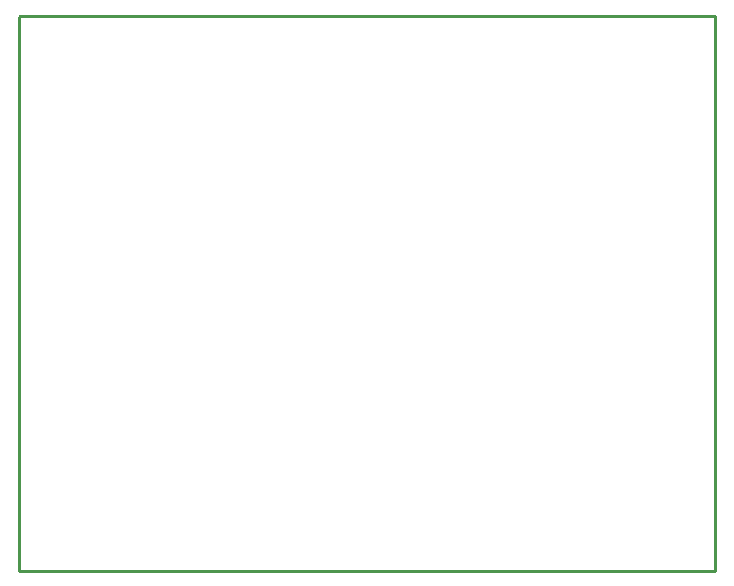
<source format=gko>
G04 Layer_Color=16711935*
%FSLAX25Y25*%
%MOIN*%
G70*
G01*
G75*
%ADD11C,0.01000*%
D11*
X100000Y284500D02*
X100500Y285000D01*
X332000D01*
X100000Y100000D02*
Y284500D01*
Y100000D02*
X332000D01*
Y285000D01*
M02*

</source>
